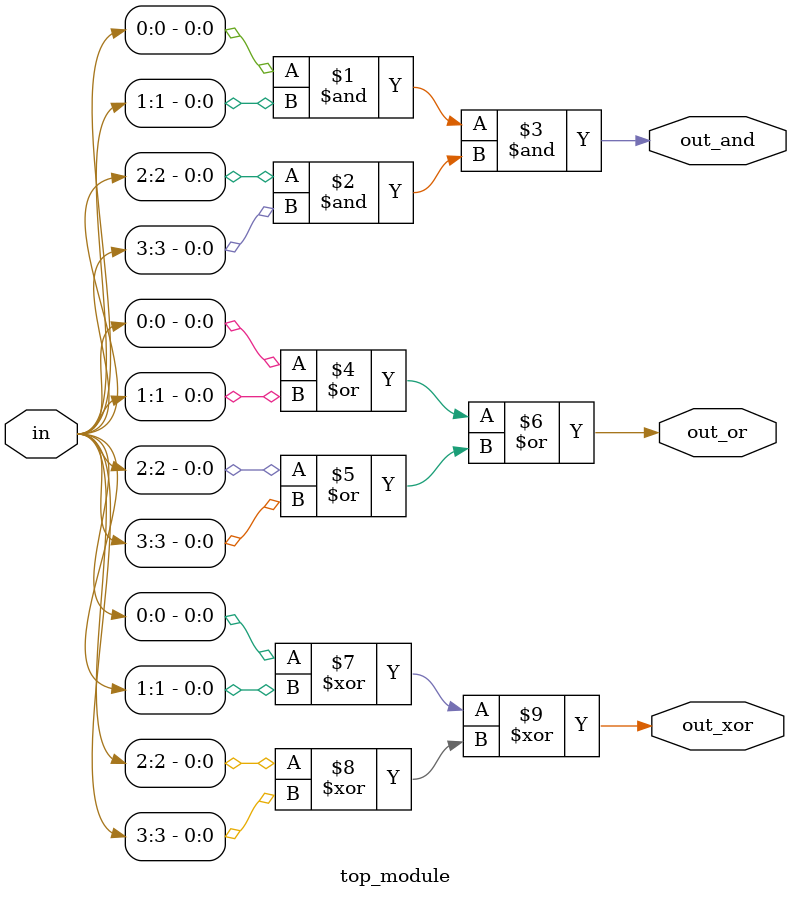
<source format=v>
module top_module( 
    input [3:0] in,
    output out_and,
    output out_or,
    output out_xor
);
    /*wire and1;
    wire and2;
    assign and1= in[0] & in[1];
    assign and2 = in[2] & in[3];*/
    assign out_and= (in[0] & in[1]) & (in[2] & in[3]);
    assign out_or = (in[0] | in[1]) | (in[2] | in[3]);
    assign out_xor = (in[0] ^ in[1]) ^ (in[2] ^ in[3]);
    
    

endmodule

</source>
